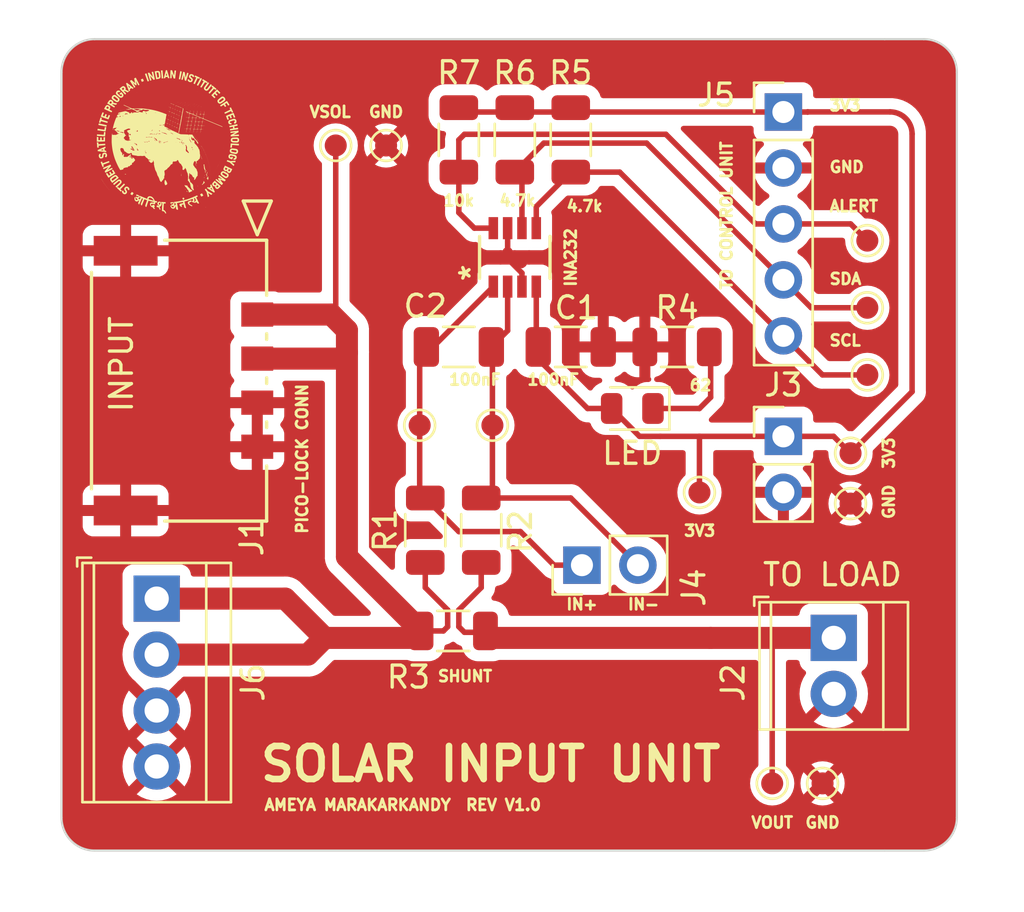
<source format=kicad_pcb>
(kicad_pcb (version 20221018) (generator pcbnew)
  (title_block (title "EPS Solar Input") (date "2024-06-22") (rev "v01") (company "IITB Student Satellite Program") (comment 1 "Author: Ameya Marakarkandy"))
  (layers (0 "F.Cu" signal) (31 "B.Cu" signal) (34 "B.Paste" user) (35 "F.Paste" user) (36 "B.SilkS" user "B.Silkscreen") (37 "F.SilkS" user "F.Silkscreen") (38 "B.Mask" user) (39 "F.Mask" user) (44 "Edge.Cuts" user))
  (net 0 "")
  (net 1 "GND")
  (net 2 "+3.3V")
  (net 3 "Net-(D1-K)")
  (net 4 "/VSOL")
  (net 5 "Net-(J2-Pin_1)")
  (net 6 "/I2C_SCL")
  (net 7 "/I2C_SDA")
  (net 8 "/ALERT")
  (net 9 "Net-(J4-Pin_2)")
  (net 10 "Net-(J4-Pin_1)")
  (footprint "Resistor_SMD:R_1206_3216Metric" (layer "F.Cu") (at 149.606 99.06)
    (fp_text reference "R4" (at 0 -1.778 180) (layer "F.SilkS"))
    (fp_text value "62")
    (pad "1" smd roundrect (at -1.4625 0) (size 1.125 1.75) (layers "F.Cu" "F.Paste" "F.Mask") (roundrect_rratio 0.2222222222) (net 1 "GND"))
    (pad "2" smd roundrect (at 1.4625 0) (size 1.125 1.75) (layers "F.Cu" "F.Paste" "F.Mask") (roundrect_rratio 0.2222222222) (net 3 "Net-(D1-K)"))
  )
  (footprint "Resistor_SMD:R_1206_3216Metric" (layer "F.Cu") (at 140.716 107.3805 90)
    (fp_text reference "R2" (at -0.0615 1.778 90) (layer "F.SilkS"))
    (fp_text value "<100")
    (pad "1" smd roundrect (at -1.4625 0 90) (size 1.125 1.75) (layers "F.Cu" "F.Paste" "F.Mask") (roundrect_rratio 0.2222222222) (net 5 "Net-(J2-Pin_1)"))
    (pad "2" smd roundrect (at 1.4625 0 90) (size 1.125 1.75) (layers "F.Cu" "F.Paste" "F.Mask") (roundrect_rratio 0.2222222222) (net 9 "Net-(J4-Pin_2)"))
  )
  (footprint "Connector_PinHeader_2.54mm:PinHeader_1x02_P2.54mm_Vertical" (layer "F.Cu") (at 145.288 108.966 90)
    (fp_text reference "J4" (at -1.016 5.08 90) (layer "F.SilkS"))
    (fp_text value "Conn_01x02_Socket" hide)
    (pad "1" thru_hole rect (at 0 0 90) (size 1.7 1.7) (drill 1) (layers "*.Cu" "*.Mask") (net 10 "Net-(J4-Pin_1)"))
    (pad "2" thru_hole oval (at 0 2.54 90) (size 1.7 1.7) (drill 1) (layers "*.Cu" "*.Mask") (net 9 "Net-(J4-Pin_2)"))
  )
  (footprint "TestPoint:TestPoint_Pad_D1.0mm" (layer "F.Cu") (at 141.224 102.616)
    (fp_text reference "TP5" hide)
    (fp_text value "TestPoint" hide)
    (pad "1" smd circle (at 0 0) (size 1 1) (layers "F.Cu" "F.Mask") (net 9 "Net-(J4-Pin_2)"))
  )
  (footprint "TestPoint:TestPoint_Pad_D1.0mm" (layer "F.Cu") (at 150.622 105.664)
    (fp_text reference "TP3" hide)
    (fp_text value "TestPoint" hide)
    (pad "1" smd circle (at 0 0) (size 1 1) (layers "F.Cu" "F.Mask") (net 2 "+3.3V"))
  )
  (footprint "Connector_PinHeader_2.54mm:PinHeader_1x05_P2.54mm_Vertical" (layer "F.Cu") (at 154.432 88.397)
    (fp_text reference "J5" (at -3.048 -0.767) (layer "F.SilkS"))
    (fp_text value "Conn_01x05_Pin" hide)
    (pad "1" thru_hole rect (at 0 0) (size 1.7 1.7) (drill 1) (layers "*.Cu" "*.Mask") (net 2 "+3.3V"))
    (pad "2" thru_hole oval (at 0 2.54) (size 1.7 1.7) (drill 1) (layers "*.Cu" "*.Mask") (net 1 "GND"))
    (pad "3" thru_hole oval (at 0 5.08) (size 1.7 1.7) (drill 1) (layers "*.Cu" "*.Mask") (net 8 "/ALERT"))
    (pad "4" thru_hole oval (at 0 7.62) (size 1.7 1.7) (drill 1) (layers "*.Cu" "*.Mask") (net 7 "/I2C_SDA"))
    (pad "5" thru_hole oval (at 0 10.16) (size 1.7 1.7) (drill 1) (layers "*.Cu" "*.Mask") (net 6 "/I2C_SCL"))
  )
  (footprint "TestPoint:TestPoint_Pad_D1.0mm" (layer "F.Cu") (at 156.21 118.872)
    (fp_text reference "GND" (at 0 1.778) (layer "F.SilkS") (effects (font (size 0.5 0.5) (thickness 0.125) bold)))
    (fp_text value "TestPoint" hide)
    (pad "1" smd circle (at 0 0) (size 1 1) (layers "F.Cu" "F.Mask") (net 1 "GND"))
  )
  (footprint "TestPoint:TestPoint_Pad_D1.0mm" (layer "F.Cu") (at 134.112 89.916)
    (fp_text reference "TP1" hide)
    (fp_text value "TestPoint" hide)
    (fp_text user "VSOL" (at -0.254 -1.524) (layer "F.SilkS") (effects (font (size 0.5 0.5) (thickness 0.125))))
    (pad "1" smd circle (at 0 0) (size 1 1) (layers "F.Cu" "F.Mask") (net 4 "/VSOL"))
  )
  (footprint "TestPoint:TestPoint_Pad_D1.0mm" (layer "F.Cu") (at 157.48 103.886)
    (fp_text reference "TP10" hide)
    (fp_text value "TestPoint" hide)
    (pad "1" smd circle (at 0 0) (size 1 1) (layers "F.Cu" "F.Mask") (net 2 "+3.3V"))
  )
  (footprint "TestPoint:TestPoint_Pad_D1.0mm" (layer "F.Cu") (at 158.242 94.234)
    (fp_text reference "TP8" hide)
    (fp_text value "TestPoint" hide)
    (pad "1" smd circle (at 0 0) (size 1 1) (layers "F.Cu" "F.Mask") (net 8 "/ALERT"))
  )
  (footprint "Resistor_SMD:R_1206_3216Metric" (layer "F.Cu") (at 139.7 89.662 -90)
    (fp_text reference "R7" (at -3.048 0 -180) (layer "F.SilkS"))
    (fp_text value "10k")
    (pad "1" smd roundrect (at -1.4625 0 270) (size 1.125 1.75) (layers "F.Cu" "F.Paste" "F.Mask") (roundrect_rratio 0.2222222222) (net 2 "+3.3V"))
    (pad "2" smd roundrect (at 1.4625 0 270) (size 1.125 1.75) (layers "F.Cu" "F.Paste" "F.Mask") (roundrect_rratio 0.2222222222) (net 8 "/ALERT"))
  )
  (footprint "Connector_PinHeader_2.54mm:PinHeader_1x02_P2.54mm_Vertical" (layer "F.Cu") (at 154.432 103.119)
    (fp_text reference "J3" (at 0 -2.33) (layer "F.SilkS"))
    (fp_text value "Conn_01x02_Socket" hide)
    (pad "1" thru_hole rect (at 0 0) (size 1.7 1.7) (drill 1) (layers "*.Cu" "*.Mask") (net 2 "+3.3V"))
    (pad "2" thru_hole oval (at 0 2.54) (size 1.7 1.7) (drill 1) (layers "*.Cu" "*.Mask") (net 1 "GND"))
  )
  (footprint "Resistor_SMD:R_1206_3216Metric" (layer "F.Cu") (at 142.24 89.662 -90)
    (fp_text reference "R6" (at -3.048 0 -180) (layer "F.SilkS"))
    (fp_text value "4.7k")
    (pad "1" smd roundrect (at -1.4625 0 270) (size 1.125 1.75) (layers "F.Cu" "F.Paste" "F.Mask") (roundrect_rratio 0.2222222222) (net 2 "+3.3V"))
    (pad "2" smd roundrect (at 1.4625 0 270) (size 1.125 1.75) (layers "F.Cu" "F.Paste" "F.Mask") (roundrect_rratio 0.2222222222) (net 7 "/I2C_SDA"))
  )
  (footprint "TerminalBlock_TE-Connectivity:TerminalBlock_TE_282834-2_1x02_P2.54mm_Horizontal" (layer "F.Cu") (at 156.718 112.268 -90)
    (fp_text reference "J2" (at 2.032 4.572 90) (layer "F.SilkS"))
    (fp_text value "Screw_Terminal_01x02" hide)
    (pad "1" thru_hole rect (at 0 0 270) (size 2.1 2.1) (drill 1.1) (layers "*.Cu" "*.Mask") (net 5 "Net-(J2-Pin_1)"))
    (pad "2" thru_hole circle (at 2.54 0 270) (size 2.1 2.1) (drill 1.1) (layers "*.Cu" "*.Mask") (net 1 "GND"))
  )
  (footprint "Capacitor_SMD:C_1206_3216Metric" (layer "F.Cu") (at 139.7 99.06 180)
    (fp_text reference "C2" hide)
    (fp_text value "C2" (at 1.524 1.85) (layer "F.SilkS"))
    (pad "1" smd roundrect (at -1.475 0 180) (size 1.15 1.8) (layers "F.Cu" "F.Paste" "F.Mask") (roundrect_rratio 0.2173913043) (net 9 "Net-(J4-Pin_2)"))
    (pad "2" smd roundrect (at 1.475 0 180) (size 1.15 1.8) (layers "F.Cu" "F.Paste" "F.Mask") (roundrect_rratio 0.2173913043) (net 10 "Net-(J4-Pin_1)"))
  )
  (footprint "TerminalBlock_TE-Connectivity:TerminalBlock_TE_282834-4_1x04_P2.54mm_Horizontal" (layer "F.Cu") (at 125.984 110.485 -90)
    (fp_text reference "J6" (at 3.81 -4.37 90) (layer "F.SilkS"))
    (fp_text value "Screw_Terminal_01x04" hide)
    (pad "1" thru_hole rect (at 0 0 270) (size 2.1 2.1) (drill 1.1) (layers "*.Cu" "*.Mask") (net 4 "/VSOL"))
    (pad "2" thru_hole circle (at 2.54 0 270) (size 2.1 2.1) (drill 1.1) (layers "*.Cu" "*.Mask") (net 4 "/VSOL"))
    (pad "3" thru_hole circle (at 5.08 0 270) (size 2.1 2.1) (drill 1.1) (layers "*.Cu" "*.Mask") (net 1 "GND"))
    (pad "4" thru_hole circle (at 7.62 0 270) (size 2.1 2.1) (drill 1.1) (layers "*.Cu" "*.Mask") (net 1 "GND"))
  )
  (footprint "TestPoint:TestPoint_Pad_D1.0mm" (layer "F.Cu") (at 137.922 102.616)
    (fp_text reference "TP4" hide)
    (fp_text value "TestPoint" hide)
    (pad "1" smd circle (at 0 0) (size 1 1) (layers "F.Cu" "F.Mask") (net 10 "Net-(J4-Pin_1)"))
  )
  (footprint "Molex-PicoLock_FootprintLib:CON_2053380004" (layer "F.Cu") (at 130.55 97.59035 90)
    (fp_text reference "J1" (at -10.10565 -0.248 90 unlocked) (layer "F.SilkS"))
    (fp_text value "2053380004" hide)
    (pad "1" smd rect (at 0 0 90) (size 1.1 1.45) (layers "F.Cu" "F.Paste" "F.Mask") (net 4 "/VSOL"))
    (pad "2" smd rect (at -2.000001 0 90) (size 1.1 1.45) (layers "F.Cu" "F.Paste" "F.Mask") (net 4 "/VSOL"))
    (pad "3" smd rect (at -4 0 90) (size 1.1 1.45) (layers "F.Cu" "F.Paste" "F.Mask") (net 1 "GND"))
    (pad "4" smd rect (at -6.000001 0 90) (size 1.1 1.45) (layers "F.Cu" "F.Paste" "F.Mask") (net 1 "GND"))
    (pad "5" smd rect (at 2.894998 -5.974999 90) (size 1.35 2.899999) (layers "F.Cu" "F.Paste" "F.Mask") (net 1 "GND"))
    (pad "6" smd rect (at -8.894999 -5.974999 90) (size 1.35 2.899999) (layers "F.Cu" "F.Paste" "F.Mask") (net 1 "GND"))
  )
  (footprint "INA232_FootprintLib:SOT_32AIDDFR_TEX" (layer "F.Cu") (at 142.24 94.996 90)
    (fp_text reference "INA232" (at 0 2.54 90 unlocked) (layer "F.SilkS") (effects (font (size 0.5 0.5) (thickness 0.125))))
    (fp_text value "INA232AIDDFR" hide)
    (fp_text user "*" (at -0.7 -1.96 90) (layer "F.SilkS"))
    (pad "1" smd rect (at -1.32715 -0.974979 90) (size 1.0033 0.4318) (layers "F.Cu" "F.Paste" "F.Mask") (net 10 "Net-(J4-Pin_1)"))
    (pad "2" smd rect (at -1.32715 -0.324993 90) (size 1.0033 0.4318) (layers "F.Cu" "F.Paste" "F.Mask") (net 9 "Net-(J4-Pin_2)"))
    (pad "3" smd rect (at -1.32715 0.324993 90) (size 1.0033 0.4318) (layers "F.Cu" "F.Paste" "F.Mask") (net 1 "GND"))
    (pad "4" smd rect (at -1.32715 0.974979 90) (size 1.0033 0.4318) (layers "F.Cu" "F.Paste" "F.Mask") (net 2 "+3.3V"))
    (pad "5" smd rect (at 1.32715 0.974979 90) (size 1.0033 0.4318) (layers "F.Cu" "F.Paste" "F.Mask") (net 6 "/I2C_SCL"))
    (pad "6" smd rect (at 1.32715 0.324993 90) (size 1.0033 0.4318) (layers "F.Cu" "F.Paste" "F.Mask") (net 7 "/I2C_SDA"))
    (pad "7" smd rect (at 1.32715 -0.324993 90) (size 1.0033 0.4318) (layers "F.Cu" "F.Paste" "F.Mask") (net 1 "GND"))
    (pad "8" smd rect (at 1.32715 -0.974979 90) (size 1.0033 0.4318) (layers "F.Cu" "F.Paste" "F.Mask") (net 8 "/ALERT"))
  )
  (footprint "Logo:IITBSSP_Logo" (layer "F.Cu") (at 126.492 89.662)
    (fp_text reference "G***" hide)
    (fp_text value "LOGO" hide)
  )
  (footprint "Resistor_SMD:R_1206_3216Metric" (layer "F.Cu") (at 139.446 111.9525)
    (fp_text reference "R3" (at -2.032 2.0935) (layer "F.SilkS"))
    (fp_text value "40m")
    (pad "1" smd roundrect (at -1.4625 0) (size 1.125 1.75) (layers "F.Cu" "F.Paste" "F.Mask") (roundrect_rratio 0.2222222222) (net 4 "/VSOL"))
    (pad "2" smd roundrect (at 1.4625 0) (size 1.125 1.75) (layers "F.Cu" "F.Paste" "F.Mask") (roundrect_rratio 0.2222222222) (net 5 "Net-(J2-Pin_1)"))
  )
  (footprint "Resistor_SMD:R_1206_3216Metric" (layer "F.Cu") (at 144.78 89.662 -90)
    (fp_text reference "R5" (at -3.048 0 -180) (layer "F.SilkS"))
    (fp_text value "4.7k")
    (pad "1" smd roundrect (at -1.4625 0 270) (size 1.125 1.75) (layers "F.Cu" "F.Paste" "F.Mask") (roundrect_rratio 0.2222222222) (net 2 "+3.3V"))
    (pad "2" smd roundrect (at 1.4625 0 270) (size 1.125 1.75) (layers "F.Cu" "F.Paste" "F.Mask") (roundrect_rratio 0.2222222222) (net 6 "/I2C_SCL"))
  )
  (footprint "Capacitor_SMD:C_1206_3216Metric" (layer "F.Cu") (at 144.78 99.06 180)
    (fp_text reference "C1" (at -0.254 1.778) (layer "F.SilkS"))
    (fp_text value "100nF" hide)
    (pad "1" smd roundrect (at -1.475 0 180) (size 1.15 1.8) (layers "F.Cu" "F.Paste" "F.Mask") (roundrect_rratio 0.2173913043) (net 1 "GND"))
    (pad "2" smd roundrect (at 1.475 0 180) (size 1.15 1.8) (layers "F.Cu" "F.Paste" "F.Mask") (roundrect_rratio 0.2173913043) (net 2 "+3.3V"))
  )
  (footprint "Resistor_SMD:R_1206_3216Metric" (layer "F.Cu") (at 138.176 107.3805 90)
    (fp_text reference "R1" (at 0 -1.82 90) (layer "F.SilkS"))
    (fp_text value "<100")
    (pad "1" smd roundrect (at -1.4625 0 90) (size 1.125 1.75) (layers "F.Cu" "F.Paste" "F.Mask") (roundrect_rratio 0.2222222222) (net 4 "/VSOL"))
    (pad "2" smd roundrect (at 1.4625 0 90) (size 1.125 1.75) (layers "F.Cu" "F.Paste" "F.Mask") (roundrect_rratio 0.2222222222) (net 10 "Net-(J4-Pin_1)"))
  )
  (footprint "TestPoint:TestPoint_Pad_D1.0mm" (layer "F.Cu") (at 157.48 106.172)
    (fp_text reference "TP9" hide)
    (fp_text value "TestPoint" hide)
    (pad "1" smd circle (at 0 0) (size 1 1) (layers "F.Cu" "F.Mask") (net 1 "GND"))
  )
  (footprint "TestPoint:TestPoint_Pad_D1.0mm" (layer "F.Cu") (at 153.924 118.872)
    (fp_text reference "VOUT" (at 0 1.778) (layer "F.SilkS") (effects (font (size 0.5 0.5) (thickness 0.125))))
    (fp_text value "TestPoint" hide)
    (pad "1" smd circle (at 0 0) (size 1 1) (layers "F.Cu" "F.Mask") (net 5 "Net-(J2-Pin_1)"))
  )
  (footprint "TestPoint:TestPoint_Pad_D1.0mm" (layer "F.Cu") (at 158.242 97.282)
    (fp_text reference "TP7" hide)
    (fp_text value "TestPoint" hide)
    (pad "1" smd circle (at 0 0) (size 1 1) (layers "F.Cu" "F.Mask") (net 7 "/I2C_SDA"))
  )
  (footprint "LED_SMD:LED_0805_2012Metric" (layer "F.Cu") (at 147.574 101.854 180)
    (fp_text reference "D1" hide)
    (fp_text value "LED" (at 0 -2.032) (layer "F.SilkS"))
    (pad "1" smd roundrect (at -0.9375 0 180) (size 0.975 1.4) (layers "F.Cu" "F.Paste" "F.Mask") (net 3 "Net-(D1-K)"))
    (pad "2" smd roundrect (at 0.9375 0 180) (size 0.975 1.4) (layers "F.Cu" "F.Paste" "F.Mask") (net 2 "+3.3V"))
  )
  (footprint "TestPoint:TestPoint_Pad_D1.0mm" (layer "F.Cu") (at 136.398 89.916)
    (fp_text reference "TP2" hide)
    (fp_text value "TestPoint" hide)
    (fp_text user "GND" (at 0 -1.524) (layer "F.SilkS") (effects (font (size 0.5 0.5) (thickness 0.125))))
    (pad "1" smd circle (at 0 0) (size 1 1) (layers "F.Cu" "F.Mask") (net 1 "GND"))
  )
  (footprint "TestPoint:TestPoint_Pad_D1.0mm" (layer "F.Cu") (at 158.242 100.33)
    (fp_text reference "TP6" hide)
    (fp_text value "TestPoint" hide)
    (pad "1" smd circle (at 0 0) (size 1 1) (layers "F.Cu" "F.Mask") (net 6 "/I2C_SCL"))
  )
  (gr_arc (start 121.666 86.59) (mid 122.10534 85.52934) (end 123.166 85.09) (stroke (width 0.1)) (layer "Edge.Cuts"))
  (gr_line (start 121.666 120.42) (end 121.666 86.59) (stroke (width 0.1)) (layer "Edge.Cuts"))
  (gr_line (start 160.806 121.92) (end 159.028 121.92) (stroke (width 0.1)) (layer "Edge.Cuts"))
  (gr_arc (start 162.306 120.42) (mid 161.86666 121.48066) (end 160.806 121.92) (stroke (width 0.1)) (layer "Edge.Cuts"))
  (gr_line (start 159.028 121.92) (end 123.166 121.92) (stroke (width 0.1)) (layer "Edge.Cuts"))
  (gr_arc (start 160.806 85.09) (mid 161.86666 85.52934) (end 162.306 86.59) (stroke (width 0.1)) (layer "Edge.Cuts"))
  (gr_line (start 162.306 86.59) (end 162.306 120.42) (stroke (width 0.1)) (layer "Edge.Cuts"))
  (gr_line (start 123.166 85.09) (end 159.028 85.09) (stroke (width 0.1)) (layer "Edge.Cuts"))
  (gr_line (start 159.028 85.09) (end 160.806 85.09) (stroke (width 0.1)) (layer "Edge.Cuts"))
  (gr_arc (start 123.166 121.92) (mid 122.10534 121.48066) (end 121.666 120.42) (stroke (width 0.1)) (layer "Edge.Cuts"))
  (gr_text "10k" (at 138.938 92.71) (layer "F.SilkS") (effects (font (size 0.5 0.5) (thickness 0.125) bold) (justify left bottom)))
  (gr_text "REV V1.0" (at 139.954 120.142) (layer "F.SilkS") (effects (font (size 0.5 0.5) (thickness 0.125) bold) (justify left bottom)))
  (gr_text "3V3" (at 149.86 107.696) (layer "F.SilkS") (effects (font (size 0.5 0.5) (thickness 0.125) bold) (justify left bottom)))
  (gr_text "INPUT" (at 124.968 102.108 90) (layer "F.SilkS") (effects (font (size 1 1)) (justify left bottom)))
  (gr_text "3V3" (at 156.464 88.392) (layer "F.SilkS") (effects (font (size 0.5 0.5) (thickness 0.125) bold) (justify left bottom)))
  (gr_text "SDA" (at 156.464 96.266) (layer "F.SilkS") (effects (font (size 0.5 0.5) (thickness 0.125) bold) (justify left bottom)))
  (gr_text "SCL" (at 156.464 99.06) (layer "F.SilkS") (effects (font (size 0.5 0.5) (thickness 0.125) bold) (justify left bottom)))
  (gr_text "TO LOAD" (at 153.416 109.982) (layer "F.SilkS") (effects (font (size 1 1)) (justify left bottom)))
  (gr_text "GND" (at 159.512 106.934 90) (layer "F.SilkS") (effects (font (size 0.5 0.5) (thickness 0.125) bold) (justify left bottom)))
  (gr_text "IN+" (at 145.288 110.744) (layer "F.SilkS") (effects (font (size 0.5 0.5) (thickness 0.125))))
  (gr_text "100nF" (at 139.192 100.838) (layer "F.SilkS") (effects (font (size 0.5 0.5) (thickness 0.125) bold) (justify left bottom)))
  (gr_text "TO CONTROL UNIT" (at 152.146 96.52 90) (layer "F.SilkS") (effects (font (size 0.5 0.5) (thickness 0.125)) (justify left bottom)))
  (gr_text "SOLAR INPUT UNIT" (at 130.556 118.872) (layer "F.SilkS") (effects (font (size 1.5 1.5) (thickness 0.3) bold) (justify left bottom)))
  (gr_text "4.7k" (at 144.526 92.964) (layer "F.SilkS") (effects (font (size 0.5 0.5) (thickness 0.125) bold) (justify left bottom)))
  (gr_text "AMEYA MARAKARKANDY" (at 130.81 120.142) (layer "F.SilkS") (effects (font (size 0.5 0.5) (thickness 0.125) bold) (justify left bottom)))
  (gr_text "3V3" (at 159.512 104.648 90) (layer "F.SilkS") (effects (font (size 0.5 0.5) (thickness 0.125) bold) (justify left bottom)))
  (gr_text "SHUNT" (at 138.684 114.3) (layer "F.SilkS") (effects (font (size 0.5 0.5) (thickness 0.125)) (justify left bottom)))
  (gr_text "100nF" (at 142.748 100.838) (layer "F.SilkS") (effects (font (size 0.5 0.5) (thickness 0.125) bold) (justify left bottom)))
  (gr_text "4.7k" (at 141.478 92.71) (layer "F.SilkS") (effects (font (size 0.5 0.5) (thickness 0.125) bold) (justify left bottom)))
  (gr_text "PICO-LOCK CONN" (at 132.588 104.14 90) (layer "F.SilkS") (effects (font (size 0.5 0.5) (thickness 0.125))))
  (gr_text "GND" (at 156.464 91.186) (layer "F.SilkS") (effects (font (size 0.5 0.5) (thickness 0.125) bold) (justify left bottom)))
  (gr_text "ALERT" (at 156.464 92.964) (layer "F.SilkS") (effects (font (size 0.5 0.5) (thickness 0.125) bold) (justify left bottom)))
  (gr_text "62" (at 150.114 101.092) (layer "F.SilkS") (effects (font (size 0.5 0.5) (thickness 0.125) bold) (justify left bottom)))
  (gr_text "IN-" (at 148.082 110.744) (layer "F.SilkS") (effects (font (size 0.5 0.5) (thickness 0.125))))
  (segment (start 142.564993 95.705586) (end 142.564993 96.32315) (width 0.25) (layer "F.Cu") (net 1))
  (segment (start 141.915007 95.0556) (end 142.564993 95.705586) (width 0.25) (layer "F.Cu") (net 1))
  (segment (start 141.915007 93.66885) (end 141.915007 95.0556) (width 0.25) (layer "F.Cu") (net 1))
  (segment (start 150.622 103.119) (end 154.432 103.119) (width 0.25) (layer "F.Cu") (net 2))
  (segment (start 154.432 88.397) (end 155.532 88.397) (width 0.25) (layer "F.Cu") (net 2))
  (segment (start 143.305 99.06) (end 143.214979 98.969979) (width 0.25) (layer "F.Cu") (net 2))
  (segment (start 155.537 88.392) (end 159.274 88.392) (width 0.25) (layer "F.Cu") (net 2))
  (segment (start 147.9015 103.119) (end 148.844 103.119) (width 0.25) (layer "F.Cu") (net 2))
  (segment (start 160.274 89.392) (end 160.274 101.092) (width 0.25) (layer "F.Cu") (net 2))
  (segment (start 160.274 101.092) (end 157.48 103.886) (width 0.25) (layer "F.Cu") (net 2))
  (segment (start 143.214979 98.969979) (end 143.214979 96.32315) (width 0.25) (layer "F.Cu") (net 2))
  (segment (start 148.844 103.119) (end 150.622 103.119) (width 0.25) (layer "F.Cu") (net 2))
  (segment (start 139.8975 88.397) (end 139.7 88.1995) (width 0.25) (layer "F.Cu") (net 2))
  (segment (start 156.713 103.119) (end 157.48 103.886) (width 0.25) (layer "F.Cu") (net 2))
  (segment (start 150.622 105.664) (end 150.622 103.119) (width 0.25) (layer "F.Cu") (net 2))
  (segment (start 145.542 101.854) (end 146.6365 101.854) (width 0.25) (layer "F.Cu") (net 2))
  (segment (start 143.305 99.06) (end 143.305 99.617) (width 0.25) (layer "F.Cu") (net 2))
  (segment (start 154.432 88.397) (end 139.8975 88.397) (width 0.25) (layer "F.Cu") (net 2))
  (segment (start 146.6365 101.854) (end 147.9015 103.119) (width 0.25) (layer "F.Cu") (net 2))
  (segment (start 143.305 99.617) (end 145.542 101.854) (width 0.25) (layer "F.Cu") (net 2))
  (segment (start 154.432 103.119) (end 156.713 103.119) (width 0.25) (layer "F.Cu") (net 2))
  (segment (start 155.532 88.397) (end 155.537 88.392) (width 0.25) (layer "F.Cu") (net 2))
  (arc (start 160.274 89.392) (mid 159.981107 88.684893) (end 159.274 88.392) (width 0.25) (layer "F.Cu") (net 2))
  (segment (start 148.5115 101.854) (end 150.622 101.854) (width 0.25) (layer "F.Cu") (net 3))
  (segment (start 151.13 101.346) (end 151.13 99.1215) (width 0.25) (layer "F.Cu") (net 3))
  (segment (start 151.13 99.1215) (end 151.0685 99.06) (width 0.25) (layer "F.Cu") (net 3))
  (segment (start 150.622 101.854) (end 151.13 101.346) (width 0.25) (layer "F.Cu") (net 3))
  (segment (start 133.604 112.268) (end 137.668 112.268) (width 1) (layer "F.Cu") (net 4))
  (segment (start 125.984 113.025) (end 132.847 113.025) (width 1) (layer "F.Cu") (net 4))
  (segment (start 134.62 108.589) (end 137.9835 111.9525) (width 1) (layer "F.Cu") (net 4))
  (segment (start 133.91235 97.59035) (end 134.62 98.298) (width 1) (layer "F.Cu") (net 4))
  (segment (start 130.55 99.590351) (end 134.343649 99.590351) (width 1) (layer "F.Cu") (net 4))
  (segment (start 125.984 110.485) (end 131.821 110.485) (width 1) (layer "F.Cu") (net 4))
  (segment (start 134.62 99.314) (end 134.62 108.589) (width 1) (layer "F.Cu") (net 4))
  (segment (start 134.112 97.3907) (end 133.91235 97.59035) (width 0.25) (layer "F.Cu") (net 4))
  (segment (start 132.847 113.025) (end 133.604 112.268) (width 1) (layer "F.Cu") (net 4))
  (segment (start 131.821 110.485) (end 133.604 112.268) (width 1) (layer "F.Cu") (net 4))
  (segment (start 138.176 108.843) (end 138.176 109.982) (width 0.25) (layer "F.Cu") (net 4))
  (segment (start 138.9995 111.9525) (end 137.9835 111.9525) (width 0.25) (layer "F.Cu") (net 4))
  (segment (start 134.343649 99.590351) (end 134.62 99.314) (width 1) (layer "F.Cu") (net 4))
  (segment (start 130.55 97.59035) (end 133.91235 97.59035) (width 1) (layer "F.Cu") (net 4))
  (segment (start 134.62 98.298) (end 134.62 99.314) (width 1) (layer "F.Cu") (net 4))
  (segment (start 137.668 112.268) (end 137.9835 111.9525) (width 1) (layer "F.Cu") (net 4))
  (segment (start 139.192 111.76) (end 138.9995 111.9525) (width 0.25) (layer "F.Cu") (net 4))
  (segment (start 134.112 89.916) (end 134.112 97.3907) (width 0.25) (layer "F.Cu") (net 4))
  (segment (start 138.176 109.982) (end 139.192 110.998) (width 0.25) (layer "F.Cu") (net 4))
  (segment (start 139.192 110.998) (end 139.192 111.76) (width 0.25) (layer "F.Cu") (net 4))
  (segment (start 141.224 112.268) (end 151.13 112.268) (width 1) (layer "F.Cu") (net 5))
  (segment (start 139.954 112.014) (end 140.847 112.014) (width 0.25) (layer "F.Cu") (net 5))
  (segment (start 153.924 118.872) (end 153.924 112.268) (width 0.25) (layer "F.Cu") (net 5))
  (segment (start 151.13 112.268) (end 153.924 112.268) (width 1) (layer "F.Cu") (net 5))
  (segment (start 140.716 109.982) (end 139.7 110.998) (width 0.25) (layer "F.Cu") (net 5))
  (segment (start 140.9085 111.9525) (end 141.224 112.268) (width 1) (layer "F.Cu") (net 5))
  (segment (start 140.716 108.843) (end 140.716 109.982) (width 0.25) (layer "F.Cu") (net 5))
  (segment (start 139.7 110.998) (end 139.7 111.76) (width 0.25) (layer "F.Cu") (net 5))
  (segment (start 140.847 112.014) (end 140.9085 111.9525) (width 0.25) (layer "F.Cu") (net 5))
  (segment (start 153.924 112.268) (end 156.718 112.268) (width 1) (layer "F.Cu") (net 5))
  (segment (start 139.7 111.76) (end 139.954 112.014) (width 0.25) (layer "F.Cu") (net 5))
  (segment (start 143.214979 93.66885) (end 143.214979 92.689521) (width 0.25) (layer "F.Cu") (net 6))
  (segment (start 146.9995 91.1245) (end 154.432 98.557) (width 0.25) (layer "F.Cu") (net 6))
  (segment (start 144.78 91.1245) (end 146.9995 91.1245) (width 0.25) (layer "F.Cu") (net 6))
  (segment (start 143.214979 92.689521) (end 144.78 91.1245) (width 0.25) (layer "F.Cu") (net 6))
  (segment (start 156.205 100.33) (end 158.242 100.33) (width 0.25) (layer "F.Cu") (net 6))
  (segment (start 154.432 98.557) (end 156.205 100.33) (width 0.25) (layer "F.Cu") (net 6))
  (segment (start 154.432 96.017) (end 155.697 97.282) (width 0.25) (layer "F.Cu") (net 7))
  (segment (start 142.564993 93.66885) (end 142.564993 91.449493) (width 0.25) (layer "F.Cu") (net 7))
  (segment (start 142.564993 91.449493) (end 142.24 91.1245) (width 0.25) (layer "F.Cu") (net 7))
  (segment (start 142.24 91.1245) (end 143.5565 89.808) (width 0.25) (layer "F.Cu") (net 7))
  (segment (start 143.5565 89.808) (end 148.223 89.808) (width 0.25) (layer "F.Cu") (net 7))
  (segment (start 155.697 97.282) (end 158.242 97.282) (width 0.25) (layer "F.Cu") (net 7))
  (segment (start 148.223 89.808) (end 154.432 96.017) (width 0.25) (layer "F.Cu") (net 7))
  (segment (start 157.485 93.477) (end 158.242 94.234) (width 0.25) (layer "F.Cu") (net 8))
  (segment (start 153.167 93.477) (end 154.432 93.477) (width 0.25) (layer "F.Cu") (net 8))
  (segment (start 140.40485 93.66885) (end 139.7 92.964) (width 0.25) (layer "F.Cu") (net 8))
  (segment (start 141.265021 93.66885) (end 140.40485 93.66885) (width 0.25) (layer "F.Cu") (net 8))
  (segment (start 139.7 91.1245) (end 139.7 89.662) (width 0.25) (layer "F.Cu") (net 8))
  (segment (start 139.7 89.662) (end 139.954 89.408) (width 0.25) (layer "F.Cu") (net 8))
  (segment (start 139.954 89.408) (end 149.098 89.408) (width 0.25) (layer "F.Cu") (net 8))
  (segment (start 149.098 89.408) (end 153.167 93.477) (width 0.25) (layer "F.Cu") (net 8))
  (segment (start 154.432 93.477) (end 157.485 93.477) (width 0.25) (layer "F.Cu") (net 8))
  (segment (start 139.7 92.964) (end 139.7 91.1245) (width 0.25) (layer "F.Cu") (net 8))
  (segment (start 141.915007 98.319993) (end 141.915007 96.32315) (width 0.25) (layer "F.Cu") (net 9))
  (segment (start 140.716 105.918) (end 144.78 105.918) (width 0.25) (layer "F.Cu") (net 9))
  (segment (start 141.175 99.06) (end 141.915007 98.319993) (width 0.25) (layer "F.Cu") (net 9))
  (segment (start 141.224 105.41) (end 141.224 102.616) (width 0.25) (layer "F.Cu") (net 9))
  (segment (start 141.224 102.616) (end 141.224 99.109) (width 0.25) (layer "F.Cu") (net 9))
  (segment (start 141.224 99.109) (end 141.175 99.06) (width 0.25) (layer "F.Cu") (net 9))
  (segment (start 144.78 105.918) (end 147.828 108.966) (width 0.25) (layer "F.Cu") (net 9))
  (segment (start 140.716 105.918) (end 141.224 105.41) (width 0.25) (layer "F.Cu") (net 9))
  (segment (start 142.494 107.442) (end 144.018 108.966) (width 0.25) (layer "F.Cu") (net 10))
  (segment (start 138.176 105.918) (end 139.7 107.442) (width 0.25) (layer "F.Cu") (net 10))
  (segment (start 138.528171 99.06) (end 141.265021 96.32315) (width 0.25) (layer "F.Cu") (net 10))
  (segment (start 144.018 108.966) (end 145.288 108.966) (width 0.25) (layer "F.Cu") (net 10))
  (segment (start 138.225 99.06) (end 138.528171 99.06) (width 0.25) (layer "F.Cu") (net 10))
  (segment (start 138.176 105.918) (end 137.922 105.664) (width 0.25) (layer "F.Cu") (net 10))
  (segment (start 139.7 107.442) (end 142.494 107.442) (width 0.25) (layer "F.Cu") (net 10))
  (segment (start 137.922 105.664) (end 137.922 102.616) (width 0.25) (layer "F.Cu") (net 10))
  (segment (start 137.922 102.616) (end 137.922 99.363) (width 0.25) (layer "F.Cu") (net 10))
  (segment (start 137.922 99.363) (end 138.225 99.06) (width 0.25) (layer "F.Cu") (net 10))
  (zone (net 1) (net_name "GND") (layer "F.Cu") (name "GND") (connect_pads (clearance 0.5)) (min_thickness 0.25) (fill yes (thermal_gap 0.5) (thermal_bridge_width 0.5) (smoothing fillet) (radius 0.225))
    (polygon (pts (xy 118.872 83.312) (xy 165.354 83.566) (xy 165.354 124.714) (xy 118.872 124.46)))
  )
)
</source>
